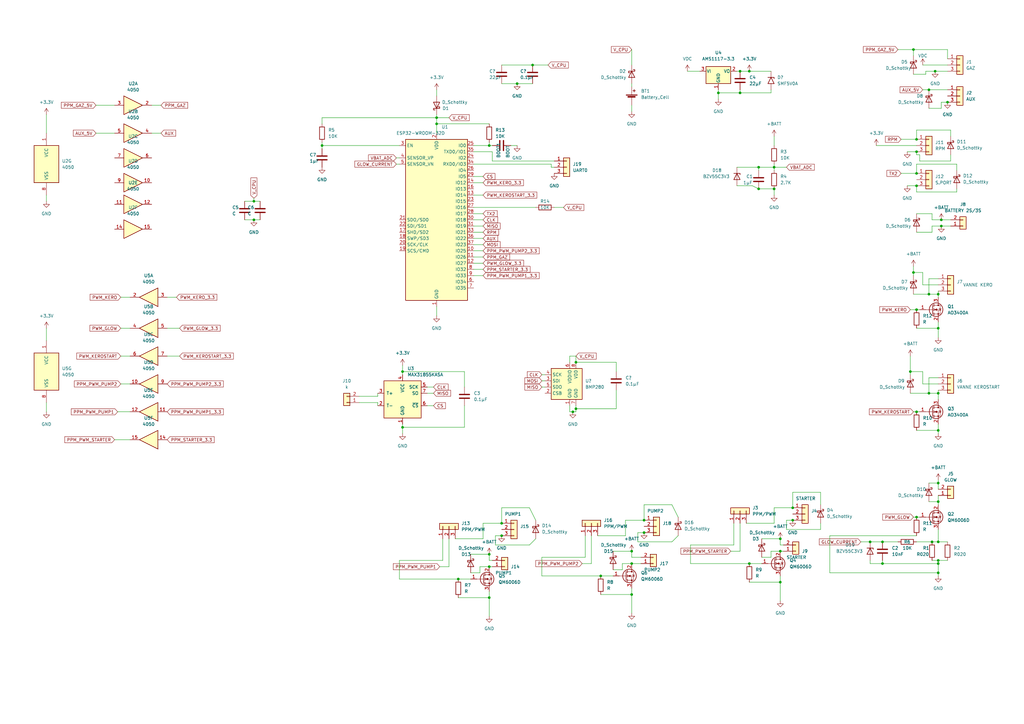
<source format=kicad_sch>
(kicad_sch (version 20211123) (generator eeschema)
  (paper "A3")
  (junction (at 384.81 231.14))
  (junction (at 205.74 214.63))
  (junction (at 294.64 38.1))
  (junction (at 375.92 127))
  (junction (at 375.92 62.23))
  (junction (at 375.92 57.15))
  (junction (at 384.81 234.95))
  (junction (at 375.92 76.2))
  (junction (at 384.81 229.87))
  (junction (at 187.96 237.49))
  (junction (at 259.08 226.06))
  (junction (at 375.92 212.09))
  (junction (at 179.07 50.8))
  (junction (at 303.53 38.1))
  (junction (at 311.15 68.58))
  (junction (at 307.34 29.21))
  (junction (at 236.22 148.59))
  (junction (at 317.5 68.58))
  (junction (at 259.08 231.14))
  (junction (at 384.81 176.53))
  (junction (at 303.53 29.21))
  (junction (at 374.65 20.32))
  (junction (at 381 120.65))
  (junction (at 200.66 232.41))
  (junction (at 381 36.83))
  (junction (at 383.54 29.21))
  (junction (at 200.66 245.11))
  (junction (at 384.81 205.74))
  (junction (at 381 161.29))
  (junction (at 384.81 222.25))
  (junction (at 386.08 92.71))
  (junction (at 264.16 218.44))
  (junction (at 246.38 236.22))
  (junction (at 104.14 82.55))
  (junction (at 375.92 71.12))
  (junction (at 165.1 175.26))
  (junction (at 320.04 220.98))
  (junction (at 361.95 222.25))
  (junction (at 165.1 152.4))
  (junction (at 317.5 77.47))
  (junction (at 234.95 168.91))
  (junction (at 200.66 227.33))
  (junction (at 325.12 213.36))
  (junction (at 382.27 222.25))
  (junction (at 104.14 90.17))
  (junction (at 205.74 219.71))
  (junction (at 384.81 198.12))
  (junction (at 320.04 238.76))
  (junction (at 384.81 120.65))
  (junction (at 373.38 152.4))
  (junction (at 384.81 161.29))
  (junction (at 375.92 168.91))
  (junction (at 388.62 41.91))
  (junction (at 212.09 34.29))
  (junction (at 384.81 134.62))
  (junction (at 132.08 59.69))
  (junction (at 325.12 208.28))
  (junction (at 361.95 231.14))
  (junction (at 218.44 26.67))
  (junction (at 264.16 213.36))
  (junction (at 374.65 111.76))
  (junction (at 311.15 77.47))
  (junction (at 259.08 243.84))
  (junction (at 236.22 167.64))
  (junction (at 200.66 59.69))
  (junction (at 320.04 226.06))
  (junction (at 307.34 231.14))
  (junction (at 179.07 48.26))
  (junction (at 386.08 90.17))
  (junction (at 356.87 222.25))
  (wire (pts (xy 384.81 234.95) (xy 384.81 236.22)))
  (wire (pts (xy 303.53 214.63) (xy 303.53 226.06)))
  (wire (pts (xy 255.27 231.14) (xy 259.08 231.14)))
  (wire (pts (xy 317.5 68.58) (xy 317.5 69.85)))
  (wire (pts (xy 388.62 20.32) (xy 388.62 24.13)))
  (wire (pts (xy 186.69 220.98) (xy 198.12 220.98)))
  (wire (pts (xy 233.68 148.59) (xy 233.68 146.05)))
  (wire (pts (xy 200.66 242.57) (xy 200.66 245.11)))
  (wire (pts (xy 264.16 218.44) (xy 261.62 218.44)))
  (wire (pts (xy 165.1 175.26) (xy 190.5 175.26)))
  (wire (pts (xy 252.73 160.02) (xy 252.73 167.64)))
  (wire (pts (xy 46.99 180.34) (xy 53.34 180.34)))
  (wire (pts (xy 374.65 120.65) (xy 381 120.65)))
  (wire (pts (xy 194.31 67.31) (xy 226.06 67.31)))
  (wire (pts (xy 154.94 162.56) (xy 154.94 161.29)))
  (wire (pts (xy 317.5 208.28) (xy 325.12 208.28)))
  (wire (pts (xy 378.46 157.48) (xy 378.46 152.4)))
  (wire (pts (xy 316.23 228.6) (xy 316.23 226.06)))
  (wire (pts (xy 194.31 87.63) (xy 198.12 87.63)))
  (wire (pts (xy 375.92 222.25) (xy 382.27 222.25)))
  (wire (pts (xy 147.32 165.1) (xy 154.94 165.1)))
  (wire (pts (xy 378.46 111.76) (xy 374.65 111.76)))
  (wire (pts (xy 222.25 153.67) (xy 223.52 153.67)))
  (wire (pts (xy 392.43 77.47) (xy 392.43 78.74)))
  (wire (pts (xy 240.03 228.6) (xy 222.25 228.6)))
  (wire (pts (xy 382.27 92.71) (xy 382.27 95.25)))
  (wire (pts (xy 205.74 34.29) (xy 212.09 34.29)))
  (wire (pts (xy 259.08 231.14) (xy 262.89 231.14)))
  (wire (pts (xy 325.12 201.93) (xy 336.55 201.93)))
  (wire (pts (xy 372.11 76.2) (xy 375.92 76.2)))
  (wire (pts (xy 198.12 80.01) (xy 194.31 80.01)))
  (wire (pts (xy 165.1 173.99) (xy 165.1 175.26)))
  (wire (pts (xy 356.87 229.87) (xy 356.87 231.14)))
  (wire (pts (xy 379.73 29.21) (xy 383.54 29.21)))
  (wire (pts (xy 384.81 132.08) (xy 384.81 134.62)))
  (wire (pts (xy 233.68 168.91) (xy 234.95 168.91)))
  (wire (pts (xy 132.08 59.69) (xy 163.83 59.69)))
  (wire (pts (xy 302.26 29.21) (xy 303.53 29.21)))
  (wire (pts (xy 261.62 222.25) (xy 275.59 222.25)))
  (wire (pts (xy 308.61 76.2) (xy 302.26 76.2)))
  (wire (pts (xy 375.92 95.25) (xy 382.27 95.25)))
  (wire (pts (xy 381 36.83) (xy 388.62 36.83)))
  (wire (pts (xy 359.41 59.69) (xy 375.92 59.69)))
  (wire (pts (xy 198.12 113.03) (xy 194.31 113.03)))
  (wire (pts (xy 259.08 34.29) (xy 259.08 35.56)))
  (wire (pts (xy 19.05 165.1) (xy 19.05 168.91)))
  (wire (pts (xy 193.04 227.33) (xy 200.66 227.33)))
  (wire (pts (xy 259.08 45.72) (xy 259.08 43.18)))
  (wire (pts (xy 340.36 219.71) (xy 340.36 234.95)))
  (wire (pts (xy 222.25 156.21) (xy 223.52 156.21)))
  (wire (pts (xy 201.93 66.04) (xy 227.33 66.04)))
  (wire (pts (xy 100.33 82.55) (xy 104.14 82.55)))
  (wire (pts (xy 261.62 218.44) (xy 261.62 222.25)))
  (wire (pts (xy 198.12 100.33) (xy 194.31 100.33)))
  (wire (pts (xy 375.92 67.31) (xy 392.43 67.31)))
  (wire (pts (xy 384.81 114.3) (xy 381 114.3)))
  (wire (pts (xy 389.89 63.5) (xy 389.89 66.04)))
  (wire (pts (xy 226.06 68.58) (xy 227.33 68.58)))
  (wire (pts (xy 361.95 229.87) (xy 361.95 231.14)))
  (wire (pts (xy 200.66 232.41) (xy 201.93 232.41)))
  (wire (pts (xy 49.53 157.48) (xy 53.34 157.48)))
  (wire (pts (xy 306.07 214.63) (xy 317.5 214.63)))
  (wire (pts (xy 222.25 158.75) (xy 223.52 158.75)))
  (wire (pts (xy 259.08 228.6) (xy 262.89 228.6)))
  (wire (pts (xy 198.12 105.41) (xy 194.31 105.41)))
  (wire (pts (xy 39.37 43.18) (xy 46.99 43.18)))
  (wire (pts (xy 375.92 78.74) (xy 392.43 78.74)))
  (wire (pts (xy 68.58 121.92) (xy 72.39 121.92)))
  (wire (pts (xy 300.99 214.63) (xy 300.99 223.52)))
  (wire (pts (xy 356.87 222.25) (xy 361.95 222.25)))
  (wire (pts (xy 311.15 77.47) (xy 317.5 77.47)))
  (wire (pts (xy 384.81 116.84) (xy 378.46 116.84)))
  (wire (pts (xy 104.14 81.28) (xy 104.14 82.55)))
  (wire (pts (xy 180.34 232.41) (xy 184.15 232.41)))
  (wire (pts (xy 307.34 238.76) (xy 320.04 238.76)))
  (wire (pts (xy 325.12 213.36) (xy 322.58 213.36)))
  (wire (pts (xy 361.95 231.14) (xy 356.87 231.14)))
  (wire (pts (xy 179.07 46.99) (xy 179.07 48.26)))
  (wire (pts (xy 196.85 234.95) (xy 196.85 232.41)))
  (wire (pts (xy 378.46 36.83) (xy 381 36.83)))
  (wire (pts (xy 381 205.74) (xy 384.81 205.74)))
  (wire (pts (xy 236.22 146.05) (xy 236.22 148.59)))
  (wire (pts (xy 384.81 229.87) (xy 384.81 231.14)))
  (wire (pts (xy 198.12 72.39) (xy 194.31 72.39)))
  (wire (pts (xy 49.53 146.05) (xy 53.34 146.05)))
  (wire (pts (xy 200.66 59.69) (xy 201.93 59.69)))
  (wire (pts (xy 62.23 43.18) (xy 66.04 43.18)))
  (wire (pts (xy 259.08 20.32) (xy 259.08 26.67)))
  (wire (pts (xy 175.26 161.29) (xy 177.8 161.29)))
  (wire (pts (xy 165.1 175.26) (xy 165.1 177.8)))
  (wire (pts (xy 372.11 62.23) (xy 375.92 62.23)))
  (wire (pts (xy 194.31 62.23) (xy 201.93 62.23)))
  (wire (pts (xy 312.42 231.14) (xy 307.34 231.14)))
  (wire (pts (xy 132.08 59.69) (xy 132.08 58.42)))
  (wire (pts (xy 384.81 217.17) (xy 384.81 222.25)))
  (wire (pts (xy 311.15 68.58) (xy 311.15 69.85)))
  (wire (pts (xy 374.65 168.91) (xy 375.92 168.91)))
  (wire (pts (xy 205.74 214.63) (xy 205.74 208.28)))
  (wire (pts (xy 179.07 48.26) (xy 184.15 48.26)))
  (wire (pts (xy 317.5 67.31) (xy 317.5 68.58)))
  (wire (pts (xy 373.38 161.29) (xy 381 161.29)))
  (wire (pts (xy 294.64 38.1) (xy 303.53 38.1)))
  (wire (pts (xy 375.92 168.91) (xy 377.19 168.91)))
  (wire (pts (xy 179.07 50.8) (xy 200.66 50.8)))
  (wire (pts (xy 374.65 109.22) (xy 374.65 111.76)))
  (wire (pts (xy 104.14 82.55) (xy 106.68 82.55)))
  (wire (pts (xy 389.89 66.04) (xy 377.19 66.04)))
  (wire (pts (xy 377.19 63.5) (xy 375.92 63.5)))
  (wire (pts (xy 379.73 30.48) (xy 379.73 29.21)))
  (wire (pts (xy 217.17 223.52) (xy 219.71 220.98)))
  (wire (pts (xy 386.08 90.17) (xy 389.89 90.17)))
  (wire (pts (xy 317.5 55.88) (xy 317.5 59.69)))
  (wire (pts (xy 312.42 228.6) (xy 316.23 228.6)))
  (wire (pts (xy 179.07 50.8) (xy 179.07 54.61)))
  (wire (pts (xy 322.58 217.17) (xy 336.55 217.17)))
  (wire (pts (xy 240.03 219.71) (xy 240.03 228.6)))
  (wire (pts (xy 381 161.29) (xy 384.81 161.29)))
  (wire (pts (xy 375.92 71.12) (xy 375.92 67.31)))
  (wire (pts (xy 336.55 201.93) (xy 336.55 207.01)))
  (wire (pts (xy 320.04 223.52) (xy 321.31 223.52)))
  (wire (pts (xy 198.12 90.17) (xy 194.31 90.17)))
  (wire (pts (xy 163.83 229.87) (xy 163.83 237.49)))
  (wire (pts (xy 252.73 148.59) (xy 252.73 152.4)))
  (wire (pts (xy 19.05 134.62) (xy 19.05 139.7)))
  (wire (pts (xy 353.06 222.25) (xy 356.87 222.25)))
  (wire (pts (xy 190.5 175.26) (xy 190.5 166.37)))
  (wire (pts (xy 384.81 157.48) (xy 378.46 157.48)))
  (wire (pts (xy 132.08 60.96) (xy 132.08 59.69)))
  (wire (pts (xy 251.46 233.68) (xy 255.27 233.68)))
  (wire (pts (xy 162.56 64.77) (xy 163.83 64.77)))
  (wire (pts (xy 283.21 231.14) (xy 307.34 231.14)))
  (wire (pts (xy 384.81 198.12) (xy 384.81 200.66)))
  (wire (pts (xy 375.92 127) (xy 377.19 127)))
  (wire (pts (xy 369.57 71.12) (xy 375.92 71.12)))
  (wire (pts (xy 184.15 220.98) (xy 184.15 232.41)))
  (wire (pts (xy 48.26 168.91) (xy 53.34 168.91)))
  (wire (pts (xy 361.95 231.14) (xy 384.81 231.14)))
  (wire (pts (xy 198.12 74.93) (xy 194.31 74.93)))
  (wire (pts (xy 375.92 134.62) (xy 384.81 134.62)))
  (wire (pts (xy 193.04 237.49) (xy 187.96 237.49)))
  (wire (pts (xy 374.65 111.76) (xy 374.65 113.03)))
  (wire (pts (xy 233.68 146.05) (xy 236.22 146.05)))
  (wire (pts (xy 384.81 176.53) (xy 384.81 177.8)))
  (wire (pts (xy 19.05 80.01) (xy 19.05 82.55)))
  (wire (pts (xy 219.71 85.09) (xy 194.31 85.09)))
  (wire (pts (xy 255.27 233.68) (xy 255.27 231.14)))
  (wire (pts (xy 179.07 48.26) (xy 179.07 50.8)))
  (wire (pts (xy 218.44 26.67) (xy 224.79 26.67)))
  (wire (pts (xy 374.65 22.86) (xy 374.65 20.32)))
  (wire (pts (xy 68.58 134.62) (xy 73.66 134.62)))
  (wire (pts (xy 187.96 245.11) (xy 200.66 245.11)))
  (wire (pts (xy 194.31 97.79) (xy 198.12 97.79)))
  (wire (pts (xy 320.04 238.76) (xy 320.04 246.38)))
  (wire (pts (xy 154.94 165.1) (xy 154.94 166.37)))
  (wire (pts (xy 386.08 41.91) (xy 388.62 41.91)))
  (wire (pts (xy 194.31 92.71) (xy 198.12 92.71)))
  (wire (pts (xy 320.04 236.22) (xy 320.04 238.76)))
  (wire (pts (xy 307.34 29.21) (xy 316.23 29.21)))
  (wire (pts (xy 374.65 212.09) (xy 375.92 212.09)))
  (wire (pts (xy 242.57 219.71) (xy 242.57 231.14)))
  (wire (pts (xy 100.33 90.17) (xy 104.14 90.17)))
  (wire (pts (xy 340.36 234.95) (xy 384.81 234.95)))
  (wire (pts (xy 320.04 220.98) (xy 320.04 223.52)))
  (wire (pts (xy 375.92 57.15) (xy 375.92 53.34)))
  (wire (pts (xy 317.5 77.47) (xy 317.5 80.01)))
  (wire (pts (xy 384.81 160.02) (xy 384.81 161.29)))
  (wire (pts (xy 68.58 146.05) (xy 73.66 146.05)))
  (wire (pts (xy 317.5 68.58) (xy 322.58 68.58)))
  (wire (pts (xy 378.46 26.67) (xy 388.62 26.67)))
  (wire (pts (xy 317.5 68.58) (xy 311.15 68.58)))
  (wire (pts (xy 256.54 219.71) (xy 256.54 213.36)))
  (wire (pts (xy 283.21 223.52) (xy 283.21 231.14)))
  (wire (pts (xy 281.94 29.21) (xy 287.02 29.21)))
  (wire (pts (xy 165.1 152.4) (xy 165.1 153.67)))
  (wire (pts (xy 231.14 85.09) (xy 227.33 85.09)))
  (wire (pts (xy 236.22 148.59) (xy 252.73 148.59)))
  (wire (pts (xy 381 198.12) (xy 384.81 198.12)))
  (wire (pts (xy 198.12 214.63) (xy 205.74 214.63)))
  (wire (pts (xy 316.23 36.83) (xy 316.23 38.1)))
  (wire (pts (xy 381 154.94) (xy 381 161.29)))
  (wire (pts (xy 49.53 121.92) (xy 53.34 121.92)))
  (wire (pts (xy 378.46 116.84) (xy 378.46 111.76)))
  (wire (pts (xy 374.65 20.32) (xy 388.62 20.32)))
  (wire (pts (xy 203.2 223.52) (xy 217.17 223.52)))
  (wire (pts (xy 389.89 53.34) (xy 389.89 55.88)))
  (wire (pts (xy 384.81 161.29) (xy 384.81 163.83)))
  (wire (pts (xy 259.08 241.3) (xy 259.08 243.84)))
  (wire (pts (xy 373.38 146.05) (xy 373.38 152.4)))
  (wire (pts (xy 217.17 208.28) (xy 219.71 213.36)))
  (wire (pts (xy 392.43 67.31) (xy 392.43 69.85)))
  (wire (pts (xy 381 44.45) (xy 386.08 44.45)))
  (wire (pts (xy 259.08 226.06) (xy 259.08 228.6)))
  (wire (pts (xy 203.2 219.71) (xy 203.2 223.52)))
  (wire (pts (xy 132.08 48.26) (xy 132.08 50.8)))
  (wire (pts (xy 104.14 90.17) (xy 106.68 90.17)))
  (wire (pts (xy 303.53 38.1) (xy 316.23 38.1)))
  (wire (pts (xy 205.74 219.71) (xy 203.2 219.71)))
  (wire (pts (xy 294.64 36.83) (xy 294.64 38.1)))
  (wire (pts (xy 200.66 245.11) (xy 200.66 252.73)))
  (wire (pts (xy 382.27 222.25) (xy 384.81 222.25)))
  (wire (pts (xy 384.81 229.87) (xy 388.62 229.87)))
  (wire (pts (xy 179.07 129.54) (xy 179.07 125.73)))
  (wire (pts (xy 165.1 149.86) (xy 165.1 152.4)))
  (wire (pts (xy 194.31 95.25) (xy 198.12 95.25)))
  (wire (pts (xy 251.46 236.22) (xy 246.38 236.22)))
  (wire (pts (xy 384.81 119.38) (xy 384.81 120.65)))
  (wire (pts (xy 381 120.65) (xy 384.81 120.65)))
  (wire (pts (xy 236.22 166.37) (xy 236.22 167.64)))
  (wire (pts (xy 49.53 134.62) (xy 53.34 134.62)))
  (wire (pts (xy 336.55 217.17) (xy 336.55 214.63)))
  (wire (pts (xy 238.76 231.14) (xy 242.57 231.14)))
  (wire (pts (xy 361.95 222.25) (xy 368.3 222.25)))
  (wire (pts (xy 165.1 152.4) (xy 190.5 152.4)))
  (wire (pts (xy 384.81 203.2) (xy 384.81 205.74)))
  (wire (pts (xy 294.64 38.1) (xy 294.64 40.64)))
  (wire (pts (xy 200.66 229.87) (xy 201.93 229.87)))
  (wire (pts (xy 175.26 166.37) (xy 177.8 166.37)))
  (wire (pts (xy 251.46 226.06) (xy 259.08 226.06)))
  (wire (pts (xy 162.56 67.31) (xy 163.83 67.31)))
  (wire (pts (xy 198.12 107.95) (xy 194.31 107.95)))
  (wire (pts (xy 233.68 166.37) (xy 233.68 168.91)))
  (wire (pts (xy 369.57 57.15) (xy 375.92 57.15)))
  (wire (pts (xy 384.81 134.62) (xy 384.81 138.43)))
  (wire (pts (xy 375.92 53.34) (xy 389.89 53.34)))
  (wire (pts (xy 256.54 213.36) (xy 264.16 213.36)))
  (wire (pts (xy 383.54 29.21) (xy 388.62 29.21)))
  (wire (pts (xy 62.23 54.61) (xy 66.04 54.61)))
  (wire (pts (xy 179.07 48.26) (xy 132.08 48.26)))
  (wire (pts (xy 226.06 67.31) (xy 226.06 68.58)))
  (wire (pts (xy 381 114.3) (xy 381 120.65)))
  (wire (pts (xy 234.95 168.91) (xy 236.22 168.91)))
  (wire (pts (xy 382.27 87.63) (xy 382.27 90.17)))
  (wire (pts (xy 194.31 59.69) (xy 200.66 59.69)))
  (wire (pts (xy 375.92 63.5) (xy 375.92 62.23)))
  (wire (pts (xy 384.81 205.74) (xy 384.81 207.01)))
  (wire (pts (xy 245.11 219.71) (xy 256.54 219.71)))
  (wire (pts (xy 193.04 234.95) (xy 196.85 234.95)))
  (wire (pts (xy 378.46 152.4) (xy 373.38 152.4)))
  (wire (pts (xy 222.25 228.6) (xy 222.25 236.22)))
  (wire (pts (xy 384.81 196.85) (xy 384.81 198.12)))
  (wire (pts (xy 200.66 58.42) (xy 200.66 59.69)))
  (wire (pts (xy 375.92 219.71) (xy 340.36 219.71)))
  (wire (pts (xy 316.23 226.06) (xy 320.04 226.06)))
  (wire (pts (xy 382.27 229.87) (xy 384.81 229.87)))
  (wire (pts (xy 303.53 29.21) (xy 307.34 29.21)))
  (wire (pts (xy 205.74 208.28) (xy 217.17 208.28)))
  (wire (pts (xy 384.81 222.25) (xy 388.62 222.25)))
  (wire (pts (xy 300.99 223.52) (xy 283.21 223.52)))
  (wire (pts (xy 175.26 158.75) (xy 177.8 158.75)))
  (wire (pts (xy 384.81 120.65) (xy 384.81 121.92)))
  (wire (pts (xy 303.53 36.83) (xy 303.53 38.1)))
  (wire (pts (xy 200.66 227.33) (xy 200.66 229.87)))
  (wire (pts (xy 320.04 226.06) (xy 321.31 226.06)))
  (wire (pts (xy 196.85 232.41) (xy 200.66 232.41)))
  (wire (pts (xy 39.37 54.61) (xy 46.99 54.61)))
  (wire (pts (xy 181.61 229.87) (xy 163.83 229.87)))
  (wire (pts (xy 386.08 44.45) (xy 386.08 41.91)))
  (wire (pts (xy 384.81 231.14) (xy 384.81 234.95)))
  (wire (pts (xy 163.83 237.49) (xy 187.96 237.49)))
  (wire (pts (xy 236.22 167.64) (xy 236.22 168.91)))
  (wire (pts (xy 382.27 90.17) (xy 386.08 90.17)))
  (wire (pts (xy 384.81 173.99) (xy 384.81 176.53)))
  (wire (pts (xy 368.3 20.32) (xy 374.65 20.32)))
  (wire (pts (xy 198.12 220.98) (xy 198.12 214.63)))
  (wire (pts (xy 373.38 152.4) (xy 373.38 153.67)))
  (wire (pts (xy 275.59 207.01) (xy 278.13 212.09)))
  (wire (pts (xy 198.12 102.87) (xy 194.31 102.87)))
  (wire (pts (xy 386.08 92.71) (xy 389.89 92.71)))
  (wire (pts (xy 384.81 154.94) (xy 381 154.94)))
  (wire (pts (xy 375.92 87.63) (xy 382.27 87.63)))
  (wire (pts (xy 236.22 167.64) (xy 252.73 167.64)))
  (wire (pts (xy 201.93 62.23) (xy 201.93 66.04)))
  (wire (pts (xy 19.05 46.99) (xy 19.05 54.61)))
  (wire (pts (xy 375.92 76.2) (xy 375.92 78.74)))
  (wire (pts (xy 222.25 236.22) (xy 246.38 236.22)))
  (wire (pts (xy 190.5 152.4) (xy 190.5 158.75)))
  (wire (pts (xy 275.59 222.25) (xy 278.13 219.71)))
  (wire (pts (xy 179.07 39.37) (xy 179.07 36.83)))
  (wire (pts (xy 317.5 214.63) (xy 317.5 208.28)))
  (wire (pts (xy 322.58 213.36) (xy 322.58 217.17)))
  (wire (pts (xy 299.72 226.06) (xy 303.53 226.06)))
  (wire (pts (xy 205.74 26.67) (xy 218.44 26.67)))
  (wire (pts (xy 198.12 110.49) (xy 194.31 110.49)))
  (wire (pts (xy 264.16 207.01) (xy 275.59 207.01)))
  (wire (pts (xy 374.65 30.48) (xy 379.73 30.48)))
  (wire (pts (xy 375.92 212.09) (xy 377.19 212.09)))
  (wire (pts (xy 181.61 220.98) (xy 181.61 229.87)))
  (wire (pts (xy 373.38 127) (xy 375.92 127)))
  (wire (pts (xy 375.92 176.53) (xy 384.81 176.53)))
  (wire (pts (xy 386.08 92.71) (xy 382.27 92.71)))
  (wire (pts (xy 377.19 66.04) (xy 377.19 63.5)))
  (wire (pts (xy 264.16 213.36) (xy 264.16 207.01)))
  (wire (pts (xy 147.32 162.56) (xy 154.94 162.56)))
  (wire (pts (xy 325.12 208.28) (xy 325.12 201.93)))
  (wire (pts (xy 212.09 34.29) (xy 218.44 34.29)))
  (wire (pts (xy 259.08 243.84) (xy 259.08 251.46)))
  (wire (pts (xy 246.38 243.84) (xy 259.08 243.84)))
  (wire (pts (xy 312.42 220.98) (xy 320.04 220.98)))
  (wire (pts (xy 308.61 76.2) (xy 311.15 77.47)))
  (wire (pts (xy 209.55 59.69) (xy 212.09 59.69)))
  (wire (pts (xy 302.26 68.58) (xy 311.15 68.58)))
  (global_label "PWM_GLOW_3.3" (shape input) (at 73.66 134.62 0) (property "Intersheet References" "${INTERSHEET_REFS}" (effects hide)))
  (global_label "CS" (shape input) (at 198.12 72.39 0) (property "Intersheet References" "${INTERSHEET_REFS}" (effects hide)))
  (global_label "CS" (shape input) (at 177.8 166.37 0) (property "Intersheet References" "${INTERSHEET_REFS}" (effects hide)))
  (global_label "PPM_PWM_PUMP1_3.3" (shape input) (at 68.58 168.91 0) (property "Intersheet References" "${INTERSHEET_REFS}" (effects hide)))
  (global_label "MISO" (shape input) (at 222.25 158.75 180) (property "Intersheet References" "${INTERSHEET_REFS}" (effects hide)))
  (global_label "PPM_PWM_PUMP2_3.3" (shape input) (at 198.12 102.87 0) (property "Intersheet References" "${INTERSHEET_REFS}" (effects hide)))
  (global_label "V_CPU" (shape input) (at 224.79 26.67 0) (property "Intersheet References" "${INTERSHEET_REFS}" (effects hide)))
  (global_label "V_CPU" (shape input) (at 104.14 81.28 90) (property "Intersheet References" "${INTERSHEET_REFS}" (effects hide)))
  (global_label "MISO" (shape input) (at 177.8 161.29 0) (property "Intersheet References" "${INTERSHEET_REFS}" (effects hide)))
  (global_label "PPM_GAZ" (shape input) (at 198.12 105.41 0) (property "Intersheet References" "${INTERSHEET_REFS}" (effects hide)))
  (global_label "VBAT_ADC" (shape input) (at 162.56 64.77 180) (property "Intersheet References" "${INTERSHEET_REFS}" (effects hide)))
  (global_label "V_CPU" (shape input) (at 184.15 48.26 0) (property "Intersheet References" "${INTERSHEET_REFS}" (effects hide)))
  (global_label "PWM_GLOW_3.3" (shape input) (at 198.12 107.95 0) (property "Intersheet References" "${INTERSHEET_REFS}" (effects hide)))
  (global_label "V_CPU" (shape input) (at 236.22 146.05 0) (property "Intersheet References" "${INTERSHEET_REFS}" (effects hide)))
  (global_label "PWM_KEROSTART_3.3" (shape input) (at 73.66 146.05 0) (property "Intersheet References" "${INTERSHEET_REFS}" (effects hide)))
  (global_label "RPM" (shape input) (at 198.12 95.25 0) (property "Intersheet References" "${INTERSHEET_REFS}" (effects hide)))
  (global_label "PPM_PWM_PUMP2" (shape input) (at 49.53 157.48 180) (property "Intersheet References" "${INTERSHEET_REFS}" (effects hide)))
  (global_label "CLK" (shape input) (at 222.25 153.67 180) (property "Intersheet References" "${INTERSHEET_REFS}" (effects hide)))
  (global_label "PPM_PWM_PUMP2_3.3" (shape input) (at 68.58 157.48 0) (property "Intersheet References" "${INTERSHEET_REFS}" (effects hide)))
  (global_label "AUX_5V" (shape input) (at 39.37 54.61 180) (property "Intersheet References" "${INTERSHEET_REFS}" (effects hide)))
  (global_label "TX2" (shape input) (at 198.12 87.63 0) (property "Intersheet References" "${INTERSHEET_REFS}" (effects hide)))
  (global_label "PWM_KEROSTART_3.3" (shape input) (at 198.12 80.01 0) (property "Intersheet References" "${INTERSHEET_REFS}" (effects hide)))
  (global_label "MISO" (shape input) (at 198.12 92.71 0) (property "Intersheet References" "${INTERSHEET_REFS}" (effects hide)))
  (global_label "PPM_GAZ_5V" (shape input) (at 368.3 20.32 180) (property "Intersheet References" "${INTERSHEET_REFS}" (effects hide)))
  (global_label "MOSI" (shape input) (at 198.12 100.33 0) (property "Intersheet References" "${INTERSHEET_REFS}" (effects hide)))
  (global_label "AUX" (shape input) (at 198.12 97.79 0) (property "Intersheet References" "${INTERSHEET_REFS}" (effects hide)))
  (global_label "PPM_PWM_PUMP1_3.3" (shape input) (at 198.12 113.03 0) (property "Intersheet References" "${INTERSHEET_REFS}" (effects hide)))
  (global_label "GLOW_CURRENT" (shape input) (at 162.56 67.31 180) (property "Intersheet References" "${INTERSHEET_REFS}" (effects hide)))
  (global_label "PWM_GLOW" (shape input) (at 49.53 134.62 180) (property "Intersheet References" "${INTERSHEET_REFS}" (effects hide)))
  (global_label "CLK" (shape input) (at 198.12 90.17 0) (property "Intersheet References" "${INTERSHEET_REFS}" (effects hide)))
  (global_label "CLK" (shape input) (at 177.8 158.75 0) (property "Intersheet References" "${INTERSHEET_REFS}" (effects hide)))
  (global_label "AUX" (shape input) (at 66.04 54.61 0) (property "Intersheet References" "${INTERSHEET_REFS}" (effects hide)))
  (global_label "V_CPU" (shape input) (at 231.14 85.09 0) (property "Intersheet References" "${INTERSHEET_REFS}" (effects hide)))
  (global_label "PPM_PWM_STARTER" (shape input) (at 299.72 226.06 180) (property "Intersheet References" "${INTERSHEET_REFS}" (effects hide)))
  (global_label "TX2" (shape input) (at 369.57 71.12 180) (property "Intersheet References" "${INTERSHEET_REFS}" (effects hide)))
  (global_label "RPM" (shape input) (at 369.57 57.15 180) (property "Intersheet References" "${INTERSHEET_REFS}" (effects hide)))
  (global_label "PPM_STARTER_3.3" (shape input) (at 198.12 110.49 0) (property "Intersheet References" "${INTERSHEET_REFS}" (effects hide)))
  (global_label "GLOW_CURRENT" (shape input) (at 353.06 222.25 180) (property "Intersheet References" "${INTERSHEET_REFS}" (effects hide)))
  (global_label "MOSI" (shape input) (at 222.25 156.21 180) (property "Intersheet References" "${INTERSHEET_REFS}" (effects hide)))
  (global_label "PWM_KERO" (shape input) (at 373.38 127 180) (property "Intersheet References" "${INTERSHEET_REFS}" (effects hide)))
  (global_label "V_CPU" (shape input) (at 259.08 20.32 180) (property "Intersheet References" "${INTERSHEET_REFS}" (effects hide)))
  (global_label "PPM_GAZ" (shape input) (at 66.04 43.18 0) (property "Intersheet References" "${INTERSHEET_REFS}" (effects hide)))
  (global_label "PWM_KEROSTART" (shape input) (at 49.53 146.05 180) (property "Intersheet References" "${INTERSHEET_REFS}" (effects hide)))
  (global_label "PPM_PWM_PUMP1" (shape input) (at 180.34 232.41 180) (property "Intersheet References" "${INTERSHEET_REFS}" (effects hide)))
  (global_label "AUX_5V" (shape input) (at 378.46 36.83 180) (property "Intersheet References" "${INTERSHEET_REFS}" (effects hide)))
  (global_label "PPM_GAZ_5V" (shape input) (at 39.37 43.18 180) (property "Intersheet References" "${INTERSHEET_REFS}" (effects hide)))
  (global_label "PWM_KERO_3.3" (shape input) (at 72.39 121.92 0) (property "Intersheet References" "${INTERSHEET_REFS}" (effects hide)))
  (global_label "VBAT_ADC" (shape input) (at 322.58 68.58 0) (property "Intersheet References" "${INTERSHEET_REFS}" (effects hide)))
  (global_label "PWM_KERO_3.3" (shape input) (at 198.12 74.93 0) (property "Intersheet References" "${INTERSHEET_REFS}" (effects hide)))
  (global_label "PPM_PWM_STARTER" (shape input) (at 46.99 180.34 180) (property "Intersheet References" "${INTERSHEET_REFS}" (effects hide)))
  (global_label "PPM_STARTER_3.3" (shape input) (at 68.58 180.34 0) (property "Intersheet References" "${INTERSHEET_REFS}" (effects hide)))
  (global_label "PWM_KEROSTART" (shape input) (at 374.65 168.91 180) (property "Intersheet References" "${INTERSHEET_REFS}" (effects hide)))
  (global_label "PPM_PWM_PUMP2" (shape input) (at 238.76 231.14 180) (property "Intersheet References" "${INTERSHEET_REFS}" (effects hide)))
  (global_label "PPM_PWM_PUMP1" (shape input) (at 48.26 168.91 180) (property "Intersheet References" "${INTERSHEET_REFS}" (effects hide)))
  (global_label "PWM_GLOW" (shape input) (at 374.65 212.09 180) (property "Intersheet References" "${INTERSHEET_REFS}" (effects hide)))
  (global_label "PWM_KERO" (shape input) (at 49.53 121.92 180) (property "Intersheet References" "${INTERSHEET_REFS}" (effects hide)))
  (symbol (lib_id "Diode:SMF5V0A") (at 316.23 33.02 270) (unit 1)
    (property "Reference" "D?" (at 318.77 31.7499 90) (effects (justify left)))
    (property "Value" "SMF5V0A" (at 318.77 34.2899 90) (effects (justify left)))
    (property "Footprint" "Diode_SMD:D_SMF" (effects hide))
    (property "Datasheet" "https://www.vishay.com/doc?85881" (effects hide))
  )
  (symbol (lib_id "power:+3.3V") (at 307.34 29.21 0) (unit 1)
    (property "Reference" "#PWR0101" (effects hide))
    (property "Value" "+3.3V" (at 307.34 24.13 0))
  )
  (symbol (lib_id "power:GND") (at 234.95 168.91 0) (unit 1)
    (property "Reference" "#PWR?" (effects hide))
    (property "Value" "GND" (at 234.95 173.99 0))
  )
  (symbol (lib_id "Device:C") (at 303.53 33.02 0) (unit 1)
    (property "Reference" "C4" (at 307.34 31.7499 0) (effects (justify left)))
    (property "Value" "22µF" (at 307.34 34.2899 0) (effects (justify left)))
    (property "Footprint" "Capacitor_SMD:CP_Elec_5x3" (effects hide))
  )
  (symbol (lib_id "Connector_Generic:Conn_01x03") (at 232.41 68.58 0) (unit 1)
    (property "Reference" "J19" (at 234.95 67.3099 0) (effects (justify left)))
    (property "Value" "UART0" (at 234.95 69.8499 0) (effects (justify left)))
    (property "Footprint" "Connector_PinHeader_2.54mm:PinHeader_1x03_P2.54mm_Vertical" (effects hide))
  )
  (symbol (lib_id "Device:D_Schottky") (at 312.42 224.79 270) (unit 1)
    (property "Reference" "D3" (at 308.61 220.98 90) (effects (justify left)))
    (property "Value" "D_Schottky" (at 307.34 218.44 90) (effects (justify left)))
    (property "Footprint" "Diode_SMD:D_SMA" (effects hide))
  )
  (symbol (lib_id "Device:D_Schottky") (at 373.38 157.48 270) (unit 1)
    (property "Reference" "D9" (at 368.3 156.21 90) (effects (justify left)))
    (property "Value" "D_Schottky" (at 360.68 158.75 90) (effects (justify left)))
    (property "Footprint" "Diode_SMD:D_SMA" (effects hide))
  )
  (symbol (lib_id "Device:R") (at 375.92 215.9 0) (unit 1)
    (property "Reference" "R11" (at 378.46 214.6299 0) (effects (justify left)))
    (property "Value" "R" (at 378.46 217.1699 0) (effects (justify left)))
    (property "Footprint" "Resistor_SMD:R_0603_1608Metric" (effects hide))
  )
  (symbol (lib_id "Sensor_Temperature:MAX31855KASA") (at 165.1 163.83 0) (unit 1)
    (property "Reference" "U3" (at 167.1194 151.13 0) (effects (justify left)))
    (property "Value" "MAX31855KASA" (at 167.1194 153.67 0) (effects (justify left)))
    (property "Footprint" "Package_SO:SOIC-8_3.9x4.9mm_P1.27mm" (effects hide))
    (property "Datasheet" "http://datasheets.maximintegrated.com/en/ds/MAX31855.pdf" (effects hide))
  )
  (symbol (lib_id "Connector_Generic:Conn_01x03") (at 381 59.69 0) (unit 1)
    (property "Reference" "J11" (at 383.54 58.4199 0) (effects (justify left)))
    (property "Value" "RPM" (at 383.54 60.9599 0) (effects (justify left)))
    (property "Footprint" "Connector_PinHeader_2.54mm:PinHeader_1x03_P2.54mm_Vertical" (effects hide))
  )
  (symbol (lib_id "4xxx:4050") (at 60.96 121.92 180) (unit 1)
    (property "Reference" "U5" (at 60.96 113.03 0))
    (property "Value" "4050" (at 60.96 115.57 0))
    (property "Footprint" "Package_SO:SOP-16_4.4x10.4mm_P1.27mm" (effects hide))
    (property "Datasheet" "http://www.intersil.com/content/dam/intersil/documents/cd40/cd4050bms.pdf" (effects hide))
  )
  (symbol (lib_id "Transistor_FET:QM6006D") (at 317.5 231.14 0) (unit 1)
    (property "Reference" "Q4" (at 323.85 229.8699 0) (effects (justify left)))
    (property "Value" "QM6006D" (at 323.85 232.4099 0) (effects (justify left)))
    (property "Footprint" "Package_TO_SOT_SMD:TO-252-2" (effects hide))
    (property "Datasheet" "http://www.jaolen.com/images/pdf/QM6006D.pdf" (effects hide))
  )
  (symbol (lib_id "Device:D_Schottky") (at 179.07 43.18 90) (unit 1)
    (property "Reference" "D1" (at 184.15 44.45 90) (effects (justify left)))
    (property "Value" "D_Schottky" (at 191.77 41.91 90) (effects (justify left)))
    (property "Footprint" "Diode_SMD:D_SMA" (effects hide))
  )
  (symbol (lib_id "power:GND") (at 212.09 34.29 0) (unit 1)
    (property "Reference" "#PWR?" (effects hide))
    (property "Value" "GND" (at 212.09 39.37 0))
  )
  (symbol (lib_id "power:+BATT") (at 320.04 220.98 0) (unit 1)
    (property "Reference" "#PWR0122" (effects hide))
    (property "Value" "+BATT" (at 320.04 215.9 0))
  )
  (symbol (lib_id "4xxx:4050") (at 54.61 74.93 0) (unit 4)
    (property "Reference" "U2" (at 54.61 66.04 0))
    (property "Value" "4050" (at 54.61 68.58 0))
    (property "Footprint" "Package_SO:SOP-16_4.4x10.4mm_P1.27mm" (effects hide))
    (property "Datasheet" "http://www.intersil.com/content/dam/intersil/documents/cd40/cd4050bms.pdf" (effects hide))
  )
  (symbol (lib_id "Device:D_Schottky") (at 219.71 217.17 270) (unit 1)
    (property "Reference" "D14" (at 222.25 215.5824 90) (effects (justify left)))
    (property "Value" "D_Schottky" (at 222.25 218.1224 90) (effects (justify left)))
    (property "Footprint" "Diode_SMD:D_SMA" (effects hide))
  )
  (symbol (lib_id "Transistor_FET:QM6006D") (at 382.27 212.09 0) (unit 1)
    (property "Reference" "Q2" (at 388.62 210.8199 0) (effects (justify left)))
    (property "Value" "QM6006D" (at 388.62 213.3599 0) (effects (justify left)))
    (property "Footprint" "Package_TO_SOT_SMD:TO-252-2" (effects hide))
    (property "Datasheet" "http://www.jaolen.com/images/pdf/QM6006D.pdf" (effects hide))
  )
  (symbol (lib_id "power:GND") (at 179.07 129.54 0) (unit 1)
    (property "Reference" "#PWR0103" (effects hide))
    (property "Value" "GND" (at 179.07 134.62 0))
  )
  (symbol (lib_id "Device:C") (at 205.74 59.69 90) (unit 1)
    (property "Reference" "BOOT1" (at 204.47 64.77 0) (effects (justify left)))
    (property "Value" "BOOT" (at 208.28 64.77 0) (effects (justify left)))
    (property "Footprint" "Capacitor_SMD:C_0603_1608Metric" (effects hide))
  )
  (symbol (lib_id "Device:D_Schottky") (at 381 201.93 270) (unit 1)
    (property "Reference" "D10" (at 375.92 200.66 90) (effects (justify left)))
    (property "Value" "D_Schottky" (at 368.3 203.2 90) (effects (justify left)))
    (property "Footprint" "Diode_SMD:D_SMA" (effects hide))
  )
  (symbol (lib_id "Connector_Generic:Conn_01x03") (at 210.82 217.17 0) (unit 1)
    (property "Reference" "J15" (at 213.36 215.8999 0) (effects (justify left)))
    (property "Value" "PUMP1" (at 207.01 210.82 0) (effects (justify left)))
    (property "Footprint" "Connector_PinHeader_2.54mm:PinHeader_1x03_P2.54mm_Vertical" (effects hide))
  )
  (symbol (lib_id "4xxx:4050") (at 54.61 43.18 0) (unit 1)
    (property "Reference" "U2" (at 54.61 34.29 0))
    (property "Value" "4050" (at 54.61 36.83 0))
    (property "Footprint" "Package_SO:SOP-16_4.4x10.4mm_P1.27mm" (effects hide))
    (property "Datasheet" "http://www.intersil.com/content/dam/intersil/documents/cd40/cd4050bms.pdf" (effects hide))
  )
  (symbol (lib_id "power:GND") (at 212.09 59.69 0) (unit 1)
    (property "Reference" "#PWR0140" (effects hide))
    (property "Value" "GND" (at 212.09 64.77 0))
  )
  (symbol (lib_id "power:GND") (at 19.05 82.55 0) (unit 1)
    (property "Reference" "#PWR0104" (effects hide))
    (property "Value" "GND" (at 19.05 87.63 0))
  )
  (symbol (lib_id "Device:D_Schottky") (at 278.13 215.9 270) (unit 1)
    (property "Reference" "D16" (at 280.67 214.3124 90) (effects (justify left)))
    (property "Value" "D_Schottky" (at 280.67 216.8524 90) (effects (justify left)))
    (property "Footprint" "Diode_SMD:D_SMA" (effects hide))
  )
  (symbol (lib_id "4xxx:4050") (at 60.96 180.34 180) (unit 6)
    (property "Reference" "U5" (at 60.96 171.45 0))
    (property "Value" "4050" (at 60.96 173.99 0))
    (property "Footprint" "Package_SO:SOP-16_4.4x10.4mm_P1.27mm" (effects hide))
    (property "Datasheet" "http://www.intersil.com/content/dam/intersil/documents/cd40/cd4050bms.pdf" (effects hide))
  )
  (symbol (lib_id "power:+3.3V") (at 359.41 59.69 0) (unit 1)
    (property "Reference" "#PWR0129" (effects hide))
    (property "Value" "+3.3V" (at 359.41 54.61 0))
  )
  (symbol (lib_id "Connector_Generic:Conn_01x03") (at 389.89 157.48 0) (unit 1)
    (property "Reference" "J6" (at 392.43 156.2099 0) (effects (justify left)))
    (property "Value" "VANNE KEROSTART" (at 392.43 158.7499 0) (effects (justify left)))
    (property "Footprint" "Connector_PinHeader_2.54mm:PinHeader_1x03_P2.54mm_Vertical" (effects hide))
  )
  (symbol (lib_id "Device:R") (at 187.96 241.3 0) (unit 1)
    (property "Reference" "R7" (at 190.5 240.0299 0) (effects (justify left)))
    (property "Value" "R" (at 190.5 242.5699 0) (effects (justify left)))
    (property "Footprint" "Resistor_SMD:R_0603_1608Metric" (effects hide))
  )
  (symbol (lib_id "power:GND") (at 165.1 177.8 0) (unit 1)
    (property "Reference" "#PWR0127" (effects hide))
    (property "Value" "GND" (at 165.1 182.88 0))
  )
  (symbol (lib_id "Device:R") (at 375.92 130.81 0) (unit 1)
    (property "Reference" "R12" (at 378.46 129.5399 0) (effects (justify left)))
    (property "Value" "R" (at 378.46 132.0799 0) (effects (justify left)))
    (property "Footprint" "Resistor_SMD:R_0603_1608Metric" (effects hide))
  )
  (symbol (lib_id "power:GND") (at 320.04 246.38 0) (unit 1)
    (property "Reference" "#PWR0116" (effects hide))
    (property "Value" "GND" (at 320.04 251.46 0))
  )
  (symbol (lib_id "power:GND") (at 259.08 251.46 0) (unit 1)
    (property "Reference" "#PWR0136" (effects hide))
    (property "Value" "GND" (at 259.08 256.54 0))
  )
  (symbol (lib_id "power:+BATT") (at 386.08 90.17 0) (unit 1)
    (property "Reference" "#PWR0124" (effects hide))
    (property "Value" "+BATT" (at 386.08 85.09 0))
  )
  (symbol (lib_id "power:GND") (at 294.64 40.64 0) (unit 1)
    (property "Reference" "#PWR0111" (effects hide))
    (property "Value" "GND" (at 294.64 45.72 0))
  )
  (symbol (lib_id "power:GND") (at 388.62 41.91 0) (unit 1)
    (property "Reference" "#PWR0118" (effects hide))
    (property "Value" "GND" (at 388.62 46.99 0))
  )
  (symbol (lib_id "Device:C") (at 132.08 64.77 0) (unit 1)
    (property "Reference" "C7" (at 127 63.5 0) (effects (justify left)))
    (property "Value" "1µF" (at 127 66.04 0) (effects (justify left)))
    (property "Footprint" "Capacitor_SMD:C_0603_1608Metric" (effects hide))
  )
  (symbol (lib_id "Device:R") (at 317.5 73.66 0) (unit 1)
    (property "Reference" "R4" (at 320.04 72.3899 0) (effects (justify left)))
    (property "Value" "2.7K" (at 320.04 74.9299 0) (effects (justify left)))
    (property "Footprint" "Resistor_SMD:R_0603_1608Metric" (effects hide))
  )
  (symbol (lib_id "Connector_Generic:Conn_01x02") (at 207.01 232.41 0) (mirror x) (unit 1)
    (property "Reference" "J14" (at 209.55 232.4101 0) (effects (justify left)))
    (property "Value" "PUMP1" (at 203.2 234.95 0) (effects (justify left)))
    (property "Footprint" "Connector_AMASS:AMASS_XT30U-F_1x02_P5.0mm_Vertical" (effects hide))
  )
  (symbol (lib_id "Device:Battery_Cell") (at 259.08 40.64 0) (unit 1)
    (property "Reference" "BT1" (at 262.89 37.3379 0) (effects (justify left)))
    (property "Value" "Battery_Cell" (at 262.89 39.8779 0) (effects (justify left)))
    (property "Footprint" "Battery:BatteryHolder_Keystone_1058_1x2032" (effects hide))
  )
  (symbol (lib_id "power:+BATT") (at 374.65 109.22 0) (unit 1)
    (property "Reference" "#PWR0121" (effects hide))
    (property "Value" "+BATT" (at 374.65 104.14 0))
  )
  (symbol (lib_id "Connector_Generic:Conn_01x03") (at 389.89 116.84 0) (unit 1)
    (property "Reference" "J7" (at 392.43 115.5699 0) (effects (justify left)))
    (property "Value" "VANNE KERO" (at 394.97 116.8399 0) (effects (justify left)))
    (property "Footprint" "Connector_PinHeader_2.54mm:PinHeader_1x03_P2.54mm_Vertical" (effects hide))
  )
  (symbol (lib_id "power:+BATT") (at 384.81 196.85 0) (unit 1)
    (property "Reference" "#PWR0120" (effects hide))
    (property "Value" "+BATT" (at 384.81 191.77 0))
  )
  (symbol (lib_id "Device:R") (at 375.92 172.72 0) (unit 1)
    (property "Reference" "R10" (at 378.46 171.4499 0) (effects (justify left)))
    (property "Value" "R" (at 378.46 173.9899 0) (effects (justify left)))
    (property "Footprint" "Resistor_SMD:R_0603_1608Metric" (effects hide))
  )
  (symbol (lib_id "Connector_Generic:Conn_01x02") (at 267.97 231.14 0) (mirror x) (unit 1)
    (property "Reference" "J17" (at 270.51 231.1401 0) (effects (justify left)))
    (property "Value" "PUMP2" (at 264.16 233.68 0) (effects (justify left)))
    (property "Footprint" "Connector_AMASS:AMASS_XT30U-F_1x02_P5.0mm_Vertical" (effects hide))
  )
  (symbol (lib_id "Connector_Generic:Conn_01x02") (at 142.24 165.1 180) (unit 1)
    (property "Reference" "J10" (at 142.24 156.21 0))
    (property "Value" "k" (at 142.24 158.75 0))
    (property "Footprint" "Connector_PinHeader_2.54mm:PinHeader_1x02_P2.54mm_Vertical" (effects hide))
  )
  (symbol (lib_id "power:VDC") (at 281.94 29.21 0) (unit 1)
    (property "Reference" "#PWR0112" (effects hide))
    (property "Value" "VDC" (at 281.94 24.13 0))
  )
  (symbol (lib_id "power:+BATT") (at 200.66 227.33 0) (unit 1)
    (property "Reference" "#PWR0133" (effects hide))
    (property "Value" "+BATT" (at 200.66 222.25 0))
  )
  (symbol (lib_id "power:GND") (at 205.74 219.71 0) (unit 1)
    (property "Reference" "#PWR0132" (effects hide))
    (property "Value" "GND" (at 205.74 224.79 0))
  )
  (symbol (lib_id "Connector_Generic:Conn_01x02") (at 326.39 226.06 0) (mirror x) (unit 1)
    (property "Reference" "J9" (at 328.93 226.0601 0) (effects (justify left)))
    (property "Value" "STARTER" (at 322.58 228.6 0) (effects (justify left)))
    (property "Footprint" "Connector_AMASS:AMASS_XT30U-F_1x02_P5.0mm_Vertical" (effects hide))
  )
  (symbol (lib_id "4xxx:4050") (at 60.96 168.91 180) (unit 5)
    (property "Reference" "U5" (at 60.96 160.02 0))
    (property "Value" "4050" (at 60.96 162.56 0))
    (property "Footprint" "Package_SO:SOP-16_4.4x10.4mm_P1.27mm" (effects hide))
    (property "Datasheet" "http://www.intersil.com/content/dam/intersil/documents/cd40/cd4050bms.pdf" (effects hide))
  )
  (symbol (lib_id "Transistor_FET:AO3400A") (at 382.27 168.91 0) (unit 1)
    (property "Reference" "Q3" (at 388.62 167.6399 0) (effects (justify left)))
    (property "Value" "AO3400A" (at 388.62 170.1799 0) (effects (justify left)))
    (property "Footprint" "Package_TO_SOT_SMD:SOT-23" (effects hide))
    (property "Datasheet" "http://www.aosmd.com/pdfs/datasheet/AO3400A.pdf" (effects hide))
  )
  (symbol (lib_id "Sensor_Pressure:BMP280") (at 233.68 158.75 0) (unit 1)
    (property "Reference" "U?" (at 240.03 156.2099 0) (effects (justify left)))
    (property "Value" "BMP280" (at 240.03 158.7499 0) (effects (justify left)))
    (property "Footprint" "Package_LGA:Bosch_LGA-8_2x2.5mm_P0.65mm_ClockwisePinNumbering" (effects hide))
    (property "Datasheet" "https://ae-bst.resource.bosch.com/media/_tech/media/datasheets/BST-BMP280-DS001.pdf" (effects hide))
  )
  (symbol (lib_id "Device:R") (at 382.27 226.06 0) (unit 1)
    (property "Reference" "R1" (at 378.46 224.79 0) (effects (justify left)))
    (property "Value" "R020" (at 375.92 227.33 0) (effects (justify left)))
    (property "Footprint" "Resistor_SMD:R_2512_6332Metric" (effects hide))
  )
  (symbol (lib_id "Device:R") (at 246.38 240.03 0) (unit 1)
    (property "Reference" "R8" (at 248.92 238.7599 0) (effects (justify left)))
    (property "Value" "R" (at 248.92 241.2999 0) (effects (justify left)))
    (property "Footprint" "Resistor_SMD:R_0603_1608Metric" (effects hide))
  )
  (symbol (lib_id "Device:D_Schottky") (at 336.55 210.82 270) (unit 1)
    (property "Reference" "D4" (at 339.09 209.2324 90) (effects (justify left)))
    (property "Value" "D_Schottky" (at 339.09 211.7724 90) (effects (justify left)))
    (property "Footprint" "Diode_SMD:D_SMA" (effects hide))
  )
  (symbol (lib_id "Connector_Generic:Conn_01x03") (at 269.24 215.9 0) (unit 1)
    (property "Reference" "J18" (at 271.78 214.6299 0) (effects (justify left)))
    (property "Value" "PUMP2" (at 265.43 209.55 0) (effects (justify left)))
    (property "Footprint" "Connector_PinHeader_2.54mm:PinHeader_1x03_P2.54mm_Vertical" (effects hide))
  )
  (symbol (lib_id "power:+3.3V") (at 19.05 134.62 0) (unit 1)
    (property "Reference" "#PWR0107" (effects hide))
    (property "Value" "+3.3V" (at 19.05 129.54 0))
  )
  (symbol (lib_id "Connector_Generic:Conn_01x02") (at 394.97 92.71 0) (mirror x) (unit 1)
    (property "Reference" "J8" (at 394.97 83.82 0))
    (property "Value" "BATTERY 2S/3S" (at 394.97 86.36 0))
    (property "Footprint" "Connector_AMASS:AMASS_XT30U-M_1x02_P5.0mm_Vertical" (effects hide))
  )
  (symbol (lib_id "power:GND") (at 227.33 71.12 0) (unit 1)
    (property "Reference" "#PWR0141" (effects hide))
    (property "Value" "GND" (at 227.33 76.2 0))
  )
  (symbol (lib_id "Device:D_Schottky") (at 251.46 229.87 270) (unit 1)
    (property "Reference" "D15" (at 247.65 226.06 90) (effects (justify left)))
    (property "Value" "D_Schottky" (at 246.38 223.52 90) (effects (justify left)))
    (property "Footprint" "Diode_SMD:D_SMA" (effects hide))
  )
  (symbol (lib_id "4xxx:4050") (at 54.61 93.98 0) (unit 6)
    (property "Reference" "U2" (at 54.61 85.09 0))
    (property "Value" "4050" (at 54.61 87.63 0))
    (property "Footprint" "Package_SO:SOP-16_4.4x10.4mm_P1.27mm" (effects hide))
    (property "Datasheet" "http://www.intersil.com/content/dam/intersil/documents/cd40/cd4050bms.pdf" (effects hide))
  )
  (symbol (lib_id "power:GND") (at 264.16 218.44 0) (unit 1)
    (property "Reference" "#PWR0135" (effects hide))
    (property "Value" "GND" (at 264.16 223.52 0))
  )
  (symbol (lib_id "Device:C") (at 252.73 156.21 0) (unit 1)
    (property "Reference" "C?" (at 256.54 154.9399 0) (effects (justify left)))
    (property "Value" "0.1µF" (at 256.54 157.4799 0) (effects (justify left)))
    (property "Footprint" "Capacitor_SMD:CP_Elec_5x3" (effects hide))
  )
  (symbol (lib_id "Connector_Generic:Conn_01x03") (at 303.53 209.55 90) (unit 1)
    (property "Reference" "J3" (at 308.61 208.2799 90) (effects (justify right)))
    (property "Value" "PPM/PWM" (at 308.61 210.8199 90) (effects (justify right)))
    (property "Footprint" "Connector_PinHeader_2.54mm:PinHeader_1x03_P2.54mm_Vertical" (effects hide))
  )
  (symbol (lib_id "power:GND") (at 372.11 62.23 0) (unit 1)
    (property "Reference" "#PWR0130" (effects hide))
    (property "Value" "GND" (at 372.11 67.31 0))
  )
  (symbol (lib_id "Device:C") (at 311.15 73.66 0) (unit 1)
    (property "Reference" "C1" (at 306.07 72.39 0) (effects (justify left)))
    (property "Value" "1µF" (at 304.8 74.93 0) (effects (justify left)))
    (property "Footprint" "Capacitor_SMD:C_0603_1608Metric" (effects hide))
  )
  (symbol (lib_id "power:GND") (at 259.08 45.72 0) (unit 1)
    (property "Reference" "#PWR0102" (effects hide))
    (property "Value" "GND" (at 259.08 50.8 0))
  )
  (symbol (lib_id "Device:D_Schottky") (at 259.08 30.48 270) (unit 1)
    (property "Reference" "D2" (at 254 29.21 90) (effects (justify left)))
    (property "Value" "D_Schottky" (at 246.38 31.75 90) (effects (justify left)))
    (property "Footprint" "Diode_SMD:D_SMA" (effects hide))
  )
  (symbol (lib_id "power:GND") (at 372.11 76.2 0) (unit 1)
    (property "Reference" "#PWR0131" (effects hide))
    (property "Value" "GND" (at 372.11 81.28 0))
  )
  (symbol (lib_id "Device:D_Schottky") (at 381 40.64 270) (unit 1)
    (property "Reference" "D8" (at 375.92 39.37 90) (effects (justify left)))
    (property "Value" "D_Schottky" (at 368.3 41.91 90) (effects (justify left)))
    (property "Footprint" "Diode_SMD:D_SMA" (effects hide))
  )
  (symbol (lib_id "Diode:BZV55C3V3") (at 356.87 226.06 270) (unit 1)
    (property "Reference" "D19" (at 346.71 223.52 90) (effects (justify left)))
    (property "Value" "BZV55C3V3" (at 342.9 226.06 90) (effects (justify left)))
    (property "Footprint" "Diode_SMD:D_MiniMELF" (effects hide))
    (property "Datasheet" "https://assets.nexperia.com/documents/data-sheet/BZV55_SER.pdf" (effects hide))
  )
  (symbol (lib_id "power:GND") (at 200.66 252.73 0) (unit 1)
    (property "Reference" "#PWR0137" (effects hide))
    (property "Value" "GND" (at 200.66 257.81 0))
  )
  (symbol (lib_id "power:GND") (at 19.05 168.91 0) (unit 1)
    (property "Reference" "#PWR0108" (effects hide))
    (property "Value" "GND" (at 19.05 173.99 0))
  )
  (symbol (lib_id "Connector_Generic:Conn_01x03") (at 242.57 214.63 90) (unit 1)
    (property "Reference" "J16" (at 247.65 213.3599 90) (effects (justify right)))
    (property "Value" "PPM/PWM" (at 247.65 215.8999 90) (effects (justify right)))
    (property "Footprint" "Connector_PinHeader_2.54mm:PinHeader_1x03_P2.54mm_Vertical" (effects hide))
  )
  (symbol (lib_id "Device:C") (at 106.68 86.36 0) (unit 1)
    (property "Reference" "C6" (at 101.6 85.09 0) (effects (justify left)))
    (property "Value" "C" (at 101.6 87.63 0) (effects (justify left)))
    (property "Footprint" "Capacitor_SMD:C_0603_1608Metric" (effects hide))
  )
  (symbol (lib_id "power:GND") (at 383.54 29.21 0) (unit 1)
    (property "Reference" "#PWR0109" (effects hide))
    (property "Value" "GND" (at 383.54 34.29 0))
  )
  (symbol (lib_id "Device:R") (at 132.08 54.61 0) (unit 1)
    (property "Reference" "R5" (at 134.62 53.3399 0) (effects (justify left)))
    (property "Value" "10K" (at 134.62 55.8799 0) (effects (justify left)))
    (property "Footprint" "Resistor_SMD:R_0603_1608Metric" (effects hide))
  )
  (symbol (lib_id "Device:C") (at 361.95 226.06 0) (unit 1)
    (property "Reference" "C2" (at 365.76 224.7899 0) (effects (justify left)))
    (property "Value" "10nF" (at 365.76 227.3299 0) (effects (justify left)))
    (property "Footprint" "Capacitor_SMD:C_0603_1608Metric" (effects hide))
  )
  (symbol (lib_id "power:GND") (at 325.12 213.36 0) (unit 1)
    (property "Reference" "#PWR0117" (effects hide))
    (property "Value" "GND" (at 325.12 218.44 0))
  )
  (symbol (lib_id "Transistor_FET:QM6006D") (at 198.12 237.49 0) (unit 1)
    (property "Reference" "Q5" (at 204.47 236.2199 0) (effects (justify left)))
    (property "Value" "QM6006D" (at 204.47 238.7599 0) (effects (justify left)))
    (property "Footprint" "Package_TO_SOT_SMD:TO-252-2" (effects hide))
    (property "Datasheet" "http://www.jaolen.com/images/pdf/QM6006D.pdf" (effects hide))
  )
  (symbol (lib_id "Device:D_Schottky") (at 374.65 116.84 270) (unit 1)
    (property "Reference" "D7" (at 369.57 115.57 90) (effects (justify left)))
    (property "Value" "D_Schottky" (at 361.95 118.11 90) (effects (justify left)))
    (property "Footprint" "Diode_SMD:D_SMA" (effects hide))
  )
  (symbol (lib_id "RF_Module:ESP32-WROOM-32D") (at 179.07 90.17 0) (unit 1)
    (property "Reference" "U1" (at 181.0894 52.07 0) (effects (justify left)))
    (property "Value" "ESP32-WROOM-32D" (at 162.56 54.61 0) (effects (justify left)))
    (property "Footprint" "RF_Module:ESP32-WROOM-32" (effects hide))
    (property "Datasheet" "https://www.espressif.com/sites/default/files/documentation/esp32-wroom-32d_esp32-wroom-32u_datasheet_en.pdf" (effects hide))
  )
  (symbol (lib_id "Device:R") (at 317.5 63.5 0) (unit 1)
    (property "Reference" "R3" (at 320.04 62.2299 0) (effects (justify left)))
    (property "Value" "10K" (at 320.04 64.7699 0) (effects (justify left)))
    (property "Footprint" "Resistor_SMD:R_0603_1608Metric" (effects hide))
  )
  (symbol (lib_id "4xxx:4050") (at 54.61 83.82 0) (unit 5)
    (property "Reference" "U2" (at 54.61 74.93 0))
    (property "Value" "4050" (at 54.61 77.47 0))
    (property "Footprint" "Package_SO:SOP-16_4.4x10.4mm_P1.27mm" (effects hide))
    (property "Datasheet" "http://www.intersil.com/content/dam/intersil/documents/cd40/cd4050bms.pdf" (effects hide))
  )
  (symbol (lib_id "Connector_Generic:Conn_01x03") (at 393.7 39.37 0) (unit 1)
    (property "Reference" "J2" (at 396.24 38.0999 0) (effects (justify left)))
    (property "Value" "AUX" (at 396.24 40.6399 0) (effects (justify left)))
    (property "Footprint" "Connector_PinHeader_2.54mm:PinHeader_1x03_P2.54mm_Vertical" (effects hide))
  )
  (symbol (lib_id "power:+3.3V") (at 179.07 36.83 0) (unit 1)
    (property "Reference" "#PWR0105" (effects hide))
    (property "Value" "+3.3V" (at 179.07 31.75 0))
  )
  (symbol (lib_id "power:+BATT") (at 317.5 55.88 0) (unit 1)
    (property "Reference" "#PWR0125" (effects hide))
    (property "Value" "+BATT" (at 317.5 50.8 0))
  )
  (symbol (lib_id "Device:C") (at 190.5 162.56 0) (unit 1)
    (property "Reference" "C3" (at 194.31 161.2899 0) (effects (justify left)))
    (property "Value" "0.1µF" (at 194.31 163.8299 0) (effects (justify left)))
    (property "Footprint" "Capacitor_SMD:CP_Elec_5x3" (effects hide))
  )
  (symbol (lib_id "4xxx:4050") (at 60.96 157.48 180) (unit 4)
    (property "Reference" "U5" (at 60.96 148.59 0))
    (property "Value" "4050" (at 60.96 151.13 0))
    (property "Footprint" "Package_SO:SOP-16_4.4x10.4mm_P1.27mm" (effects hide))
    (property "Datasheet" "http://www.intersil.com/content/dam/intersil/documents/cd40/cd4050bms.pdf" (effects hide))
  )
  (symbol (lib_id "Device:D_Schottky") (at 389.89 59.69 270) (unit 1)
    (property "Reference" "D11" (at 392.43 58.1024 90) (effects (justify left)))
    (property "Value" "D_Schottky" (at 392.43 60.6424 90) (effects (justify left)))
    (property "Footprint" "Diode_SMD:D_SMA" (effects hide))
  )
  (symbol (lib_id "4xxx:4050") (at 54.61 54.61 0) (unit 2)
    (property "Reference" "U2" (at 54.61 45.72 0))
    (property "Value" "4050" (at 54.61 48.26 0))
    (property "Footprint" "Package_SO:SOP-16_4.4x10.4mm_P1.27mm" (effects hide))
    (property "Datasheet" "http://www.intersil.com/content/dam/intersil/documents/cd40/cd4050bms.pdf" (effects hide))
  )
  (symbol (lib_id "Transistor_FET:QM6006D") (at 256.54 236.22 0) (unit 1)
    (property "Reference" "Q6" (at 262.89 234.9499 0) (effects (justify left)))
    (property "Value" "QM6006D" (at 262.89 237.4899 0) (effects (justify left)))
    (property "Footprint" "Package_TO_SOT_SMD:TO-252-2" (effects hide))
    (property "Datasheet" "http://www.jaolen.com/images/pdf/QM6006D.pdf" (effects hide))
  )
  (symbol (lib_id "Regulator_Linear:AMS1117-3.3") (at 294.64 29.21 0) (unit 1)
    (property "Reference" "U4" (at 294.64 21.59 0))
    (property "Value" "AMS1117-3.3" (at 294.64 24.13 0))
    (property "Footprint" "Package_TO_SOT_SMD:SOT-223-3_TabPin2" (effects hide))
    (property "Datasheet" "http://www.advanced-monolithic.com/pdf/ds1117.pdf" (effects hide))
  )
  (symbol (lib_id "Device:R") (at 223.52 85.09 90) (unit 1)
    (property "Reference" "R14" (at 223.52 82.55 90))
    (property "Value" "10K" (at 223.52 85.09 90))
    (property "Footprint" "Resistor_SMD:R_0603_1608Metric" (effects hide))
  )
  (symbol (lib_id "Connector_Generic:Conn_01x02") (at 389.89 203.2 0) (mirror x) (unit 1)
    (property "Reference" "J5" (at 389.89 194.31 0))
    (property "Value" "GLOW" (at 389.89 196.85 0))
    (property "Footprint" "Connector_AMASS:AMASS_XT30U-F_1x02_P5.0mm_Vertical" (effects hide))
  )
  (symbol (lib_id "Connector_Generic:Conn_01x03") (at 184.15 215.9 90) (unit 1)
    (property "Reference" "J13" (at 189.23 214.6299 90) (effects (justify right)))
    (property "Value" "PPM/PWM" (at 189.23 217.1699 90) (effects (justify right)))
    (property "Footprint" "Connector_PinHeader_2.54mm:PinHeader_1x03_P2.54mm_Vertical" (effects hide))
  )
  (symbol (lib_id "Device:D_Schottky") (at 375.92 91.44 270) (unit 1)
    (property "Reference" "D6" (at 370.84 90.17 90) (effects (justify left)))
    (property "Value" "D_Schottky" (at 363.22 92.71 90) (effects (justify left)))
    (property "Footprint" "Diode_SMD:D_SMA" (effects hide))
  )
  (symbol (lib_id "power:+3.3V") (at 165.1 149.86 0) (unit 1)
    (property "Reference" "#PWR0128" (effects hide))
    (property "Value" "+3.3V" (at 165.1 144.78 0))
  )
  (symbol (lib_id "power:+BATT") (at 373.38 146.05 0) (unit 1)
    (property "Reference" "#PWR0119" (effects hide))
    (property "Value" "+BATT" (at 373.38 140.97 0))
  )
  (symbol (lib_id "power:GND") (at 317.5 80.01 0) (unit 1)
    (property "Reference" "#PWR0126" (effects hide))
    (property "Value" "GND" (at 317.5 85.09 0))
  )
  (symbol (lib_id "power:GND") (at 384.81 177.8 0) (unit 1)
    (property "Reference" "#PWR0115" (effects hide))
    (property "Value" "GND" (at 384.81 182.88 0))
  )
  (symbol (lib_id "Connector_Generic:Conn_01x03") (at 381 73.66 0) (unit 1)
    (property "Reference" "J12" (at 383.54 72.3899 0) (effects (justify left)))
    (property "Value" "S.PORT" (at 383.54 74.9299 0) (effects (justify left)))
    (property "Footprint" "Connector_PinHeader_2.54mm:PinHeader_1x03_P2.54mm_Vertical" (effects hide))
  )
  (symbol (lib_id "Connector_Generic:Conn_01x03") (at 330.2 210.82 0) (unit 1)
    (property "Reference" "J4" (at 332.74 209.5499 0) (effects (justify left)))
    (property "Value" "STARTER" (at 326.39 204.47 0) (effects (justify left)))
    (property "Footprint" "Connector_PinHeader_2.54mm:PinHeader_1x03_P2.54mm_Vertical" (effects hide))
  )
  (symbol (lib_id "Device:D_Schottky") (at 392.43 73.66 270) (unit 1)
    (property "Reference" "D12" (at 394.97 72.0724 90) (effects (justify left)))
    (property "Value" "D_Schottky" (at 394.97 74.6124 90) (effects (justify left)))
    (property "Footprint" "Diode_SMD:D_SMA" (effects hide))
  )
  (symbol (lib_id "Device:D_Schottky") (at 193.04 231.14 270) (unit 1)
    (property "Reference" "D13" (at 189.23 227.33 90) (effects (justify left)))
    (property "Value" "D_Schottky" (at 187.96 224.79 90) (effects (justify left)))
    (property "Footprint" "Diode_SMD:D_SMA" (effects hide))
  )
  (symbol (lib_id "4xxx:4050") (at 19.05 67.31 0) (unit 7)
    (property "Reference" "U2" (at 25.4 66.0399 0) (effects (justify left)))
    (property "Value" "4050" (at 25.4 68.5799 0) (effects (justify left)))
    (property "Footprint" "Package_SO:SOP-16_4.4x10.4mm_P1.27mm" (effects hide))
    (property "Datasheet" "http://www.intersil.com/content/dam/intersil/documents/cd40/cd4050bms.pdf" (effects hide))
  )
  (symbol (lib_id "4xxx:4050") (at 19.05 152.4 0) (unit 7)
    (property "Reference" "U5" (at 25.4 151.1299 0) (effects (justify left)))
    (property "Value" "4050" (at 25.4 153.6699 0) (effects (justify left)))
    (property "Footprint" "Package_SO:SOP-16_4.4x10.4mm_P1.27mm" (effects hide))
    (property "Datasheet" "http://www.intersil.com/content/dam/intersil/documents/cd40/cd4050bms.pdf" (effects hide))
  )
  (symbol (lib_id "power:GND") (at 132.08 68.58 0) (unit 1)
    (property "Reference" "#PWR0139" (effects hide))
    (property "Value" "GND" (at 132.08 73.66 0))
  )
  (symbol (lib_id "power:GND") (at 384.81 138.43 0) (unit 1)
    (property "Reference" "#PWR0113" (effects hide))
    (property "Value" "GND" (at 384.81 143.51 0))
  )
  (symbol (lib_id "Device:C") (at 205.74 30.48 0) (unit 1)
    (property "Reference" "C?" (at 200.66 29.21 0) (effects (justify left)))
    (property "Value" "22µF" (at 200.66 31.75 0) (effects (justify left)))
    (property "Footprint" "Capacitor_SMD:C_0603_1608Metric" (effects hide))
  )
  (symbol (lib_id "Connector_Generic:Conn_01x03") (at 393.7 26.67 0) (unit 1)
    (property "Reference" "J1" (at 396.24 25.3999 0) (effects (justify left)))
    (property "Value" "GAZ" (at 396.24 27.9399 0) (effects (justify left)))
    (property "Footprint" "Connector_PinHeader_2.54mm:PinHeader_1x03_P2.54mm_Vertical" (effects hide))
  )
  (symbol (lib_id "Transistor_FET:AO3400A") (at 382.27 127 0) (unit 1)
    (property "Reference" "Q1" (at 388.62 125.7299 0) (effects (justify left)))
    (property "Value" "AO3400A" (at 388.62 128.2699 0) (effects (justify left)))
    (property "Footprint" "Package_TO_SOT_SMD:SOT-23" (effects hide))
    (property "Datasheet" "http://www.aosmd.com/pdfs/datasheet/AO3400A.pdf" (effects hide))
  )
  (symbol (lib_id "power:GND") (at 104.14 90.17 0) (unit 1)
    (property "Reference" "#PWR0138" (effects hide))
    (property "Value" "GND" (at 104.14 95.25 0))
  )
  (symbol (lib_id "Device:C") (at 100.33 86.36 0) (unit 1)
    (property "Reference" "C5" (at 95.25 85.09 0) (effects (justify left)))
    (property "Value" "C" (at 95.25 87.63 0) (effects (justify left)))
    (property "Footprint" "Capacitor_SMD:C_0603_1608Metric" (effects hide))
  )
  (symbol (lib_id "Device:D_Schottky") (at 374.65 26.67 270) (unit 1)
    (property "Reference" "D5" (at 369.57 25.4 90) (effects (justify left)))
    (property "Value" "D_Schottky" (at 363.22 27.94 90) (effects (justify left)))
    (property "Footprint" "Diode_SMD:D_SMA" (effects hide))
  )
  (symbol (lib_id "power:+3.3V") (at 19.05 46.99 0) (unit 1)
    (property "Reference" "#PWR0106" (effects hide))
    (property "Value" "+3.3V" (at 19.05 41.91 0))
  )
  (symbol (lib_id "power:GND") (at 384.81 236.22 0) (unit 1)
    (property "Reference" "#PWR0114" (effects hide))
    (property "Value" "GND" (at 384.81 241.3 0))
  )
  (symbol (lib_id "4xxx:4050") (at 60.96 134.62 180) (unit 2)
    (property "Reference" "U5" (at 60.96 125.73 0))
    (property "Value" "4050" (at 60.96 128.27 0))
    (property "Footprint" "Package_SO:SOP-16_4.4x10.4mm_P1.27mm" (effects hide))
    (property "Datasheet" "http://www.intersil.com/content/dam/intersil/documents/cd40/cd4050bms.pdf" (effects hide))
  )
  (symbol (lib_id "Device:R") (at 388.62 226.06 0) (unit 1)
    (property "Reference" "R2" (at 391.16 224.7899 0) (effects (justify left)))
    (property "Value" "R020" (at 391.16 227.3299 0) (effects (justify left)))
    (property "Footprint" "Resistor_SMD:R_2512_6332Metric" (effects hide))
  )
  (symbol (lib_id "Device:R") (at 307.34 234.95 0) (unit 1)
    (property "Reference" "R9" (at 309.88 233.6799 0) (effects (justify left)))
    (property "Value" "R" (at 309.88 236.2199 0) (effects (justify left)))
    (property "Footprint" "Resistor_SMD:R_0603_1608Metric" (effects hide))
  )
  (symbol (lib_id "Diode:BZV55C3V3") (at 302.26 72.39 270) (unit 1)
    (property "Reference" "D18" (at 292.1 69.85 90) (effects (justify left)))
    (property "Value" "BZV55C3V3" (at 288.29 72.39 90) (effects (justify left)))
    (property "Footprint" "Diode_SMD:D_MiniMELF" (effects hide))
    (property "Datasheet" "https://assets.nexperia.com/documents/data-sheet/BZV55_SER.pdf" (effects hide))
  )
  (symbol (lib_id "power:+BATT") (at 259.08 226.06 0) (unit 1)
    (property "Reference" "#PWR0134" (effects hide))
    (property "Value" "+BATT" (at 259.08 220.98 0))
  )
  (symbol (lib_id "4xxx:4050") (at 60.96 146.05 180) (unit 3)
    (property "Reference" "U5" (at 60.96 137.16 0))
    (property "Value" "4050" (at 60.96 139.7 0))
    (property "Footprint" "Package_SO:SOP-16_4.4x10.4mm_P1.27mm" (effects hide))
    (property "Datasheet" "http://www.intersil.com/content/dam/intersil/documents/cd40/cd4050bms.pdf" (effects hide))
  )
  (symbol (lib_id "Device:C") (at 218.44 30.48 0) (unit 1)
    (property "Reference" "C?" (at 213.36 29.21 0) (effects (justify left)))
    (property "Value" "0.1µF" (at 213.36 31.75 0) (effects (justify left)))
    (property "Footprint" "Capacitor_SMD:C_0603_1608Metric" (effects hide))
  )
  (symbol (lib_id "4xxx:4050") (at 54.61 64.77 0) (unit 3)
    (property "Reference" "U2" (at 54.61 55.88 0))
    (property "Value" "4050" (at 54.61 58.42 0))
    (property "Footprint" "Package_SO:SOP-16_4.4x10.4mm_P1.27mm" (effects hide))
    (property "Datasheet" "http://www.intersil.com/content/dam/intersil/documents/cd40/cd4050bms.pdf" (effects hide))
  )
  (symbol (lib_id "power:GND") (at 386.08 92.71 0) (unit 1)
    (property "Reference" "#PWR0123" (effects hide))
    (property "Value" "GND" (at 386.08 97.79 0))
  )
  (symbol (lib_id "power:VDC") (at 378.46 26.67 0) (unit 1)
    (property "Reference" "#PWR0110" (effects hide))
    (property "Value" "VDC" (at 378.46 22.86 0))
  )
  (symbol (lib_id "Device:R") (at 372.11 222.25 90) (unit 1)
    (property "Reference" "R6" (at 372.11 222.25 90))
    (property "Value" "10K" (at 372.11 224.79 90))
    (property "Footprint" "Resistor_SMD:R_0603_1608Metric" (effects hide))
  )
  (symbol (lib_id "Device:R") (at 200.66 54.61 0) (unit 1)
    (property "Reference" "R13" (at 203.2 53.3399 0) (effects (justify left)))
    (property "Value" "10K" (at 203.2 55.8799 0) (effects (justify left)))
    (property "Footprint" "Resistor_SMD:R_0603_1608Metric" (effects hide))
  )
)
</source>
